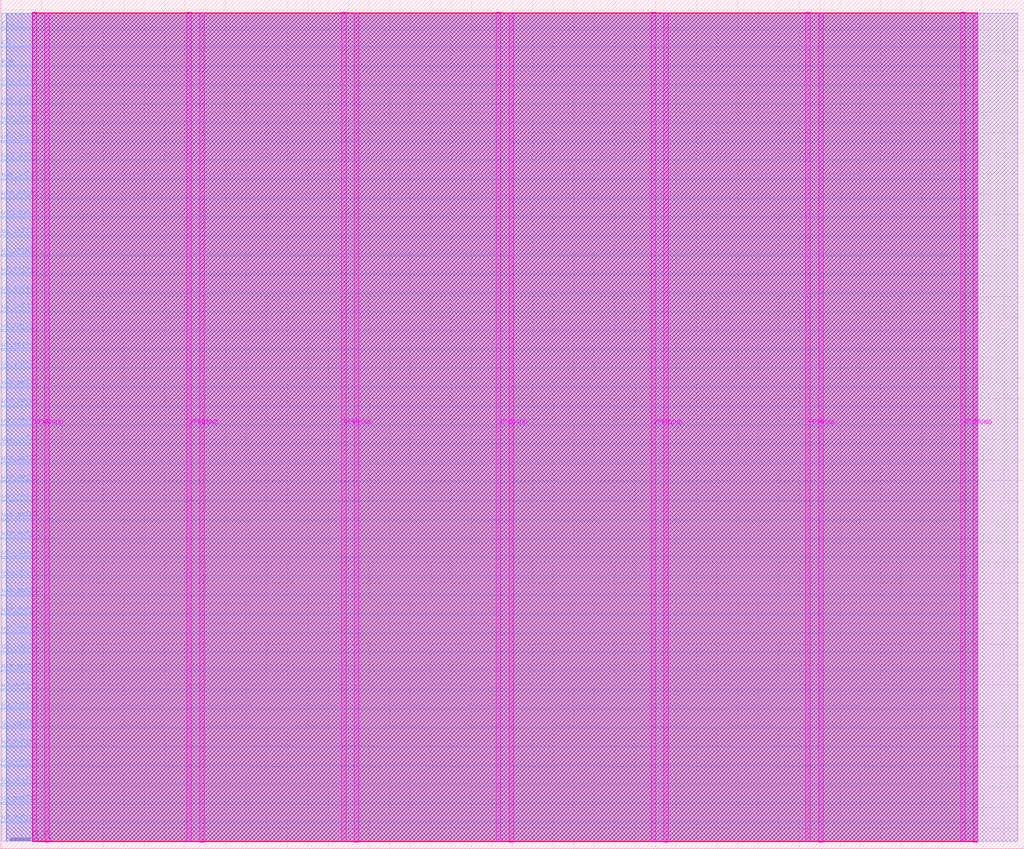
<source format=lef>
VERSION 5.7 ;
  NOWIREEXTENSIONATPIN ON ;
  DIVIDERCHAR "/" ;
  BUSBITCHARS "[]" ;
MACRO heichips25_example_large
  CLASS BLOCK ;
  FOREIGN heichips25_example_large ;
  ORIGIN 0.000 0.000 ;
  SIZE 500.000 BY 415.000 ;
  PIN VGND
    DIRECTION INOUT ;
    USE GROUND ;
    PORT
      LAYER TopMetal1 ;
        RECT 21.580 3.150 23.780 408.460 ;
    END
    PORT
      LAYER TopMetal1 ;
        RECT 97.180 3.150 99.380 408.460 ;
    END
    PORT
      LAYER TopMetal1 ;
        RECT 172.780 3.150 174.980 408.460 ;
    END
    PORT
      LAYER TopMetal1 ;
        RECT 248.380 3.150 250.580 408.460 ;
    END
    PORT
      LAYER TopMetal1 ;
        RECT 323.980 3.150 326.180 408.460 ;
    END
    PORT
      LAYER TopMetal1 ;
        RECT 399.580 3.150 401.780 408.460 ;
    END
    PORT
      LAYER TopMetal1 ;
        RECT 475.180 3.150 477.380 408.460 ;
    END
  END VGND
  PIN VPWR
    DIRECTION INOUT ;
    USE POWER ;
    PORT
      LAYER TopMetal1 ;
        RECT 15.380 3.560 17.580 408.870 ;
    END
    PORT
      LAYER TopMetal1 ;
        RECT 90.980 3.560 93.180 408.870 ;
    END
    PORT
      LAYER TopMetal1 ;
        RECT 166.580 3.560 168.780 408.870 ;
    END
    PORT
      LAYER TopMetal1 ;
        RECT 242.180 3.560 244.380 408.870 ;
    END
    PORT
      LAYER TopMetal1 ;
        RECT 317.780 3.560 319.980 408.870 ;
    END
    PORT
      LAYER TopMetal1 ;
        RECT 393.380 3.560 395.580 408.870 ;
    END
    PORT
      LAYER TopMetal1 ;
        RECT 468.980 3.560 471.180 408.870 ;
    END
  END VPWR
  PIN clk
    DIRECTION INPUT ;
    USE SIGNAL ;
    PORT
      LAYER Metal3 ;
        RECT 0.000 391.660 0.400 392.060 ;
    END
  END clk
  PIN ena
    DIRECTION INPUT ;
    USE SIGNAL ;
    PORT
      LAYER Metal3 ;
        RECT 0.000 382.420 0.400 382.820 ;
    END
  END ena
  PIN rst_n
    DIRECTION INPUT ;
    USE SIGNAL ;
    PORT
      LAYER Metal3 ;
        RECT 0.000 400.900 0.400 401.300 ;
    END
  END rst_n
  PIN ui_in[0]
    DIRECTION INPUT ;
    USE SIGNAL ;
    ANTENNAGATEAREA 0.180700 ;
    PORT
      LAYER Metal3 ;
        RECT 0.000 234.580 0.400 234.980 ;
    END
  END ui_in[0]
  PIN ui_in[1]
    DIRECTION INPUT ;
    USE SIGNAL ;
    ANTENNAGATEAREA 0.180700 ;
    PORT
      LAYER Metal3 ;
        RECT 0.000 243.820 0.400 244.220 ;
    END
  END ui_in[1]
  PIN ui_in[2]
    DIRECTION INPUT ;
    USE SIGNAL ;
    ANTENNAGATEAREA 0.180700 ;
    PORT
      LAYER Metal3 ;
        RECT 0.000 253.060 0.400 253.460 ;
    END
  END ui_in[2]
  PIN ui_in[3]
    DIRECTION INPUT ;
    USE SIGNAL ;
    ANTENNAGATEAREA 0.180700 ;
    PORT
      LAYER Metal3 ;
        RECT 0.000 262.300 0.400 262.700 ;
    END
  END ui_in[3]
  PIN ui_in[4]
    DIRECTION INPUT ;
    USE SIGNAL ;
    ANTENNAGATEAREA 0.180700 ;
    PORT
      LAYER Metal3 ;
        RECT 0.000 271.540 0.400 271.940 ;
    END
  END ui_in[4]
  PIN ui_in[5]
    DIRECTION INPUT ;
    USE SIGNAL ;
    ANTENNAGATEAREA 0.180700 ;
    PORT
      LAYER Metal3 ;
        RECT 0.000 280.780 0.400 281.180 ;
    END
  END ui_in[5]
  PIN ui_in[6]
    DIRECTION INPUT ;
    USE SIGNAL ;
    ANTENNAGATEAREA 0.180700 ;
    PORT
      LAYER Metal3 ;
        RECT 0.000 290.020 0.400 290.420 ;
    END
  END ui_in[6]
  PIN ui_in[7]
    DIRECTION INPUT ;
    USE SIGNAL ;
    ANTENNAGATEAREA 0.180700 ;
    PORT
      LAYER Metal3 ;
        RECT 0.000 299.260 0.400 299.660 ;
    END
  END ui_in[7]
  PIN uio_in[0]
    DIRECTION INPUT ;
    USE SIGNAL ;
    ANTENNAGATEAREA 0.180700 ;
    PORT
      LAYER Metal3 ;
        RECT 0.000 308.500 0.400 308.900 ;
    END
  END uio_in[0]
  PIN uio_in[1]
    DIRECTION INPUT ;
    USE SIGNAL ;
    ANTENNAGATEAREA 0.180700 ;
    PORT
      LAYER Metal3 ;
        RECT 0.000 317.740 0.400 318.140 ;
    END
  END uio_in[1]
  PIN uio_in[2]
    DIRECTION INPUT ;
    USE SIGNAL ;
    ANTENNAGATEAREA 0.180700 ;
    PORT
      LAYER Metal3 ;
        RECT 0.000 326.980 0.400 327.380 ;
    END
  END uio_in[2]
  PIN uio_in[3]
    DIRECTION INPUT ;
    USE SIGNAL ;
    ANTENNAGATEAREA 0.180700 ;
    PORT
      LAYER Metal3 ;
        RECT 0.000 336.220 0.400 336.620 ;
    END
  END uio_in[3]
  PIN uio_in[4]
    DIRECTION INPUT ;
    USE SIGNAL ;
    ANTENNAGATEAREA 0.180700 ;
    PORT
      LAYER Metal3 ;
        RECT 0.000 345.460 0.400 345.860 ;
    END
  END uio_in[4]
  PIN uio_in[5]
    DIRECTION INPUT ;
    USE SIGNAL ;
    ANTENNAGATEAREA 0.213200 ;
    PORT
      LAYER Metal3 ;
        RECT 0.000 354.700 0.400 355.100 ;
    END
  END uio_in[5]
  PIN uio_in[6]
    DIRECTION INPUT ;
    USE SIGNAL ;
    ANTENNAGATEAREA 0.180700 ;
    PORT
      LAYER Metal3 ;
        RECT 0.000 363.940 0.400 364.340 ;
    END
  END uio_in[6]
  PIN uio_in[7]
    DIRECTION INPUT ;
    USE SIGNAL ;
    ANTENNAGATEAREA 0.180700 ;
    PORT
      LAYER Metal3 ;
        RECT 0.000 373.180 0.400 373.580 ;
    END
  END uio_in[7]
  PIN uio_oe[0]
    DIRECTION OUTPUT ;
    USE SIGNAL ;
    ANTENNADIFFAREA 0.299200 ;
    PORT
      LAYER Metal3 ;
        RECT 0.000 160.660 0.400 161.060 ;
    END
  END uio_oe[0]
  PIN uio_oe[1]
    DIRECTION OUTPUT ;
    USE SIGNAL ;
    ANTENNADIFFAREA 0.299200 ;
    PORT
      LAYER Metal3 ;
        RECT 0.000 169.900 0.400 170.300 ;
    END
  END uio_oe[1]
  PIN uio_oe[2]
    DIRECTION OUTPUT ;
    USE SIGNAL ;
    ANTENNADIFFAREA 0.299200 ;
    PORT
      LAYER Metal3 ;
        RECT 0.000 179.140 0.400 179.540 ;
    END
  END uio_oe[2]
  PIN uio_oe[3]
    DIRECTION OUTPUT ;
    USE SIGNAL ;
    ANTENNADIFFAREA 0.299200 ;
    PORT
      LAYER Metal3 ;
        RECT 0.000 188.380 0.400 188.780 ;
    END
  END uio_oe[3]
  PIN uio_oe[4]
    DIRECTION OUTPUT ;
    USE SIGNAL ;
    ANTENNADIFFAREA 0.299200 ;
    PORT
      LAYER Metal3 ;
        RECT 0.000 197.620 0.400 198.020 ;
    END
  END uio_oe[4]
  PIN uio_oe[5]
    DIRECTION OUTPUT ;
    USE SIGNAL ;
    ANTENNADIFFAREA 0.299200 ;
    PORT
      LAYER Metal3 ;
        RECT 0.000 206.860 0.400 207.260 ;
    END
  END uio_oe[5]
  PIN uio_oe[6]
    DIRECTION OUTPUT ;
    USE SIGNAL ;
    ANTENNADIFFAREA 0.299200 ;
    PORT
      LAYER Metal3 ;
        RECT 0.000 216.100 0.400 216.500 ;
    END
  END uio_oe[6]
  PIN uio_oe[7]
    DIRECTION OUTPUT ;
    USE SIGNAL ;
    ANTENNADIFFAREA 0.299200 ;
    PORT
      LAYER Metal3 ;
        RECT 0.000 225.340 0.400 225.740 ;
    END
  END uio_oe[7]
  PIN uio_out[0]
    DIRECTION OUTPUT ;
    USE SIGNAL ;
    ANTENNADIFFAREA 0.299200 ;
    PORT
      LAYER Metal3 ;
        RECT 0.000 86.740 0.400 87.140 ;
    END
  END uio_out[0]
  PIN uio_out[1]
    DIRECTION OUTPUT ;
    USE SIGNAL ;
    ANTENNADIFFAREA 0.299200 ;
    PORT
      LAYER Metal3 ;
        RECT 0.000 95.980 0.400 96.380 ;
    END
  END uio_out[1]
  PIN uio_out[2]
    DIRECTION OUTPUT ;
    USE SIGNAL ;
    ANTENNADIFFAREA 0.299200 ;
    PORT
      LAYER Metal3 ;
        RECT 0.000 105.220 0.400 105.620 ;
    END
  END uio_out[2]
  PIN uio_out[3]
    DIRECTION OUTPUT ;
    USE SIGNAL ;
    ANTENNADIFFAREA 0.299200 ;
    PORT
      LAYER Metal3 ;
        RECT 0.000 114.460 0.400 114.860 ;
    END
  END uio_out[3]
  PIN uio_out[4]
    DIRECTION OUTPUT ;
    USE SIGNAL ;
    ANTENNADIFFAREA 0.299200 ;
    PORT
      LAYER Metal3 ;
        RECT 0.000 123.700 0.400 124.100 ;
    END
  END uio_out[4]
  PIN uio_out[5]
    DIRECTION OUTPUT ;
    USE SIGNAL ;
    ANTENNADIFFAREA 0.299200 ;
    PORT
      LAYER Metal3 ;
        RECT 0.000 132.940 0.400 133.340 ;
    END
  END uio_out[5]
  PIN uio_out[6]
    DIRECTION OUTPUT ;
    USE SIGNAL ;
    ANTENNADIFFAREA 0.299200 ;
    PORT
      LAYER Metal3 ;
        RECT 0.000 142.180 0.400 142.580 ;
    END
  END uio_out[6]
  PIN uio_out[7]
    DIRECTION OUTPUT ;
    USE SIGNAL ;
    ANTENNADIFFAREA 0.299200 ;
    PORT
      LAYER Metal3 ;
        RECT 0.000 151.420 0.400 151.820 ;
    END
  END uio_out[7]
  PIN uo_out[0]
    DIRECTION OUTPUT ;
    USE SIGNAL ;
    ANTENNADIFFAREA 0.708600 ;
    PORT
      LAYER Metal3 ;
        RECT 0.000 12.820 0.400 13.220 ;
    END
  END uo_out[0]
  PIN uo_out[1]
    DIRECTION OUTPUT ;
    USE SIGNAL ;
    ANTENNADIFFAREA 0.708600 ;
    PORT
      LAYER Metal3 ;
        RECT 0.000 22.060 0.400 22.460 ;
    END
  END uo_out[1]
  PIN uo_out[2]
    DIRECTION OUTPUT ;
    USE SIGNAL ;
    ANTENNADIFFAREA 0.708600 ;
    PORT
      LAYER Metal3 ;
        RECT 0.000 31.300 0.400 31.700 ;
    END
  END uo_out[2]
  PIN uo_out[3]
    DIRECTION OUTPUT ;
    USE SIGNAL ;
    ANTENNADIFFAREA 0.708600 ;
    PORT
      LAYER Metal3 ;
        RECT 0.000 40.540 0.400 40.940 ;
    END
  END uo_out[3]
  PIN uo_out[4]
    DIRECTION OUTPUT ;
    USE SIGNAL ;
    ANTENNADIFFAREA 0.708600 ;
    PORT
      LAYER Metal3 ;
        RECT 0.000 49.780 0.400 50.180 ;
    END
  END uo_out[4]
  PIN uo_out[5]
    DIRECTION OUTPUT ;
    USE SIGNAL ;
    ANTENNADIFFAREA 0.708600 ;
    PORT
      LAYER Metal3 ;
        RECT 0.000 59.020 0.400 59.420 ;
    END
  END uo_out[5]
  PIN uo_out[6]
    DIRECTION OUTPUT ;
    USE SIGNAL ;
    ANTENNADIFFAREA 0.708600 ;
    PORT
      LAYER Metal3 ;
        RECT 0.000 68.260 0.400 68.660 ;
    END
  END uo_out[6]
  PIN uo_out[7]
    DIRECTION OUTPUT ;
    USE SIGNAL ;
    ANTENNADIFFAREA 0.708600 ;
    PORT
      LAYER Metal3 ;
        RECT 0.000 77.500 0.400 77.900 ;
    END
  END uo_out[7]
  OBS
      LAYER GatPoly ;
        RECT 2.880 3.630 496.800 408.390 ;
      LAYER Metal1 ;
        RECT 2.880 3.560 496.800 408.460 ;
      LAYER Metal2 ;
        RECT 2.775 3.635 477.200 408.385 ;
      LAYER Metal3 ;
        RECT 0.400 401.510 477.245 408.340 ;
        RECT 0.610 400.690 477.245 401.510 ;
        RECT 0.400 392.270 477.245 400.690 ;
        RECT 0.610 391.450 477.245 392.270 ;
        RECT 0.400 383.030 477.245 391.450 ;
        RECT 0.610 382.210 477.245 383.030 ;
        RECT 0.400 373.790 477.245 382.210 ;
        RECT 0.610 372.970 477.245 373.790 ;
        RECT 0.400 364.550 477.245 372.970 ;
        RECT 0.610 363.730 477.245 364.550 ;
        RECT 0.400 355.310 477.245 363.730 ;
        RECT 0.610 354.490 477.245 355.310 ;
        RECT 0.400 346.070 477.245 354.490 ;
        RECT 0.610 345.250 477.245 346.070 ;
        RECT 0.400 336.830 477.245 345.250 ;
        RECT 0.610 336.010 477.245 336.830 ;
        RECT 0.400 327.590 477.245 336.010 ;
        RECT 0.610 326.770 477.245 327.590 ;
        RECT 0.400 318.350 477.245 326.770 ;
        RECT 0.610 317.530 477.245 318.350 ;
        RECT 0.400 309.110 477.245 317.530 ;
        RECT 0.610 308.290 477.245 309.110 ;
        RECT 0.400 299.870 477.245 308.290 ;
        RECT 0.610 299.050 477.245 299.870 ;
        RECT 0.400 290.630 477.245 299.050 ;
        RECT 0.610 289.810 477.245 290.630 ;
        RECT 0.400 281.390 477.245 289.810 ;
        RECT 0.610 280.570 477.245 281.390 ;
        RECT 0.400 272.150 477.245 280.570 ;
        RECT 0.610 271.330 477.245 272.150 ;
        RECT 0.400 262.910 477.245 271.330 ;
        RECT 0.610 262.090 477.245 262.910 ;
        RECT 0.400 253.670 477.245 262.090 ;
        RECT 0.610 252.850 477.245 253.670 ;
        RECT 0.400 244.430 477.245 252.850 ;
        RECT 0.610 243.610 477.245 244.430 ;
        RECT 0.400 235.190 477.245 243.610 ;
        RECT 0.610 234.370 477.245 235.190 ;
        RECT 0.400 225.950 477.245 234.370 ;
        RECT 0.610 225.130 477.245 225.950 ;
        RECT 0.400 216.710 477.245 225.130 ;
        RECT 0.610 215.890 477.245 216.710 ;
        RECT 0.400 207.470 477.245 215.890 ;
        RECT 0.610 206.650 477.245 207.470 ;
        RECT 0.400 198.230 477.245 206.650 ;
        RECT 0.610 197.410 477.245 198.230 ;
        RECT 0.400 188.990 477.245 197.410 ;
        RECT 0.610 188.170 477.245 188.990 ;
        RECT 0.400 179.750 477.245 188.170 ;
        RECT 0.610 178.930 477.245 179.750 ;
        RECT 0.400 170.510 477.245 178.930 ;
        RECT 0.610 169.690 477.245 170.510 ;
        RECT 0.400 161.270 477.245 169.690 ;
        RECT 0.610 160.450 477.245 161.270 ;
        RECT 0.400 152.030 477.245 160.450 ;
        RECT 0.610 151.210 477.245 152.030 ;
        RECT 0.400 142.790 477.245 151.210 ;
        RECT 0.610 141.970 477.245 142.790 ;
        RECT 0.400 133.550 477.245 141.970 ;
        RECT 0.610 132.730 477.245 133.550 ;
        RECT 0.400 124.310 477.245 132.730 ;
        RECT 0.610 123.490 477.245 124.310 ;
        RECT 0.400 115.070 477.245 123.490 ;
        RECT 0.610 114.250 477.245 115.070 ;
        RECT 0.400 105.830 477.245 114.250 ;
        RECT 0.610 105.010 477.245 105.830 ;
        RECT 0.400 96.590 477.245 105.010 ;
        RECT 0.610 95.770 477.245 96.590 ;
        RECT 0.400 87.350 477.245 95.770 ;
        RECT 0.610 86.530 477.245 87.350 ;
        RECT 0.400 78.110 477.245 86.530 ;
        RECT 0.610 77.290 477.245 78.110 ;
        RECT 0.400 68.870 477.245 77.290 ;
        RECT 0.610 68.050 477.245 68.870 ;
        RECT 0.400 59.630 477.245 68.050 ;
        RECT 0.610 58.810 477.245 59.630 ;
        RECT 0.400 50.390 477.245 58.810 ;
        RECT 0.610 49.570 477.245 50.390 ;
        RECT 0.400 41.150 477.245 49.570 ;
        RECT 0.610 40.330 477.245 41.150 ;
        RECT 0.400 31.910 477.245 40.330 ;
        RECT 0.610 31.090 477.245 31.910 ;
        RECT 0.400 22.670 477.245 31.090 ;
        RECT 0.610 21.850 477.245 22.670 ;
        RECT 0.400 13.430 477.245 21.850 ;
        RECT 0.610 12.610 477.245 13.430 ;
        RECT 0.400 3.680 477.245 12.610 ;
      LAYER Metal4 ;
        RECT 15.560 3.635 477.200 408.385 ;
      LAYER Metal5 ;
        RECT 15.515 3.470 477.245 408.550 ;
  END
END heichips25_example_large
END LIBRARY


</source>
